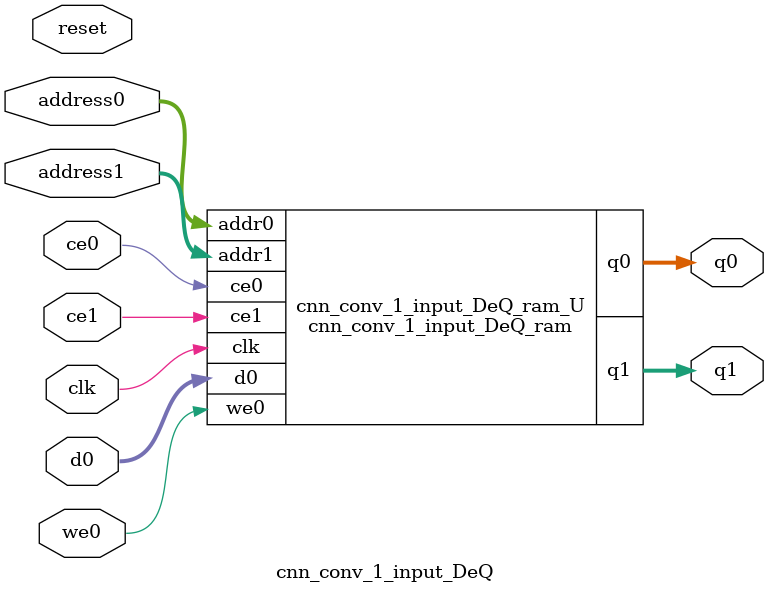
<source format=v>
`timescale 1 ns / 1 ps
module cnn_conv_1_input_DeQ_ram (addr0, ce0, d0, we0, q0, addr1, ce1, q1,  clk);

parameter DWIDTH = 14;
parameter AWIDTH = 7;
parameter MEM_SIZE = 81;

input[AWIDTH-1:0] addr0;
input ce0;
input[DWIDTH-1:0] d0;
input we0;
output reg[DWIDTH-1:0] q0;
input[AWIDTH-1:0] addr1;
input ce1;
output reg[DWIDTH-1:0] q1;
input clk;

(* ram_style = "block" *)reg [DWIDTH-1:0] ram[0:MEM_SIZE-1];




always @(posedge clk)  
begin 
    if (ce0) 
    begin
        if (we0) 
        begin 
            ram[addr0] <= d0; 
        end 
        q0 <= ram[addr0];
    end
end


always @(posedge clk)  
begin 
    if (ce1) 
    begin
        q1 <= ram[addr1];
    end
end


endmodule

`timescale 1 ns / 1 ps
module cnn_conv_1_input_DeQ(
    reset,
    clk,
    address0,
    ce0,
    we0,
    d0,
    q0,
    address1,
    ce1,
    q1);

parameter DataWidth = 32'd14;
parameter AddressRange = 32'd81;
parameter AddressWidth = 32'd7;
input reset;
input clk;
input[AddressWidth - 1:0] address0;
input ce0;
input we0;
input[DataWidth - 1:0] d0;
output[DataWidth - 1:0] q0;
input[AddressWidth - 1:0] address1;
input ce1;
output[DataWidth - 1:0] q1;



cnn_conv_1_input_DeQ_ram cnn_conv_1_input_DeQ_ram_U(
    .clk( clk ),
    .addr0( address0 ),
    .ce0( ce0 ),
    .we0( we0 ),
    .d0( d0 ),
    .q0( q0 ),
    .addr1( address1 ),
    .ce1( ce1 ),
    .q1( q1 ));

endmodule


</source>
